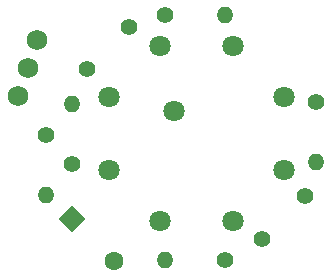
<source format=gbr>
%TF.GenerationSoftware,KiCad,Pcbnew,(6.0.4)*%
%TF.CreationDate,2023-07-07T20:02:52-04:00*%
%TF.ProjectId,Rotary Switch Board,526f7461-7279-4205-9377-697463682042,rev?*%
%TF.SameCoordinates,Original*%
%TF.FileFunction,Soldermask,Bot*%
%TF.FilePolarity,Negative*%
%FSLAX46Y46*%
G04 Gerber Fmt 4.6, Leading zero omitted, Abs format (unit mm)*
G04 Created by KiCad (PCBNEW (6.0.4)) date 2023-07-07 20:02:52*
%MOMM*%
%LPD*%
G01*
G04 APERTURE LIST*
G04 Aperture macros list*
%AMHorizOval*
0 Thick line with rounded ends*
0 $1 width*
0 $2 $3 position (X,Y) of the first rounded end (center of the circle)*
0 $4 $5 position (X,Y) of the second rounded end (center of the circle)*
0 Add line between two ends*
20,1,$1,$2,$3,$4,$5,0*
0 Add two circle primitives to create the rounded ends*
1,1,$1,$2,$3*
1,1,$1,$4,$5*%
%AMRotRect*
0 Rectangle, with rotation*
0 The origin of the aperture is its center*
0 $1 length*
0 $2 width*
0 $3 Rotation angle, in degrees counterclockwise*
0 Add horizontal line*
21,1,$1,$2,0,0,$3*%
G04 Aperture macros list end*
%ADD10C,1.752600*%
%ADD11C,1.400000*%
%ADD12O,1.400000X1.400000*%
%ADD13RotRect,1.600000X1.600000X315.000000*%
%ADD14C,1.600000*%
%ADD15HorizOval,1.400000X0.000000X0.000000X0.000000X0.000000X0*%
%ADD16HorizOval,1.400000X0.000000X0.000000X0.000000X0.000000X0*%
%ADD17C,1.800000*%
G04 APERTURE END LIST*
D10*
%TO.C,J6*%
X125201447Y-104917525D03*
%TD*%
D11*
%TO.C,R1*%
X126788947Y-110600775D03*
D12*
X126788947Y-115680775D03*
%TD*%
D11*
%TO.C,R4*%
X136821947Y-100440775D03*
D12*
X141901947Y-100440775D03*
%TD*%
D10*
%TO.C,*%
X125995197Y-102536275D03*
%TD*%
D13*
%TO.C,C1*%
X128958180Y-117723008D03*
D14*
X132493714Y-121258542D03*
%TD*%
D10*
%TO.C,*%
X124407697Y-107298775D03*
%TD*%
D11*
%TO.C,R2*%
X128947947Y-113013775D03*
D12*
X128947947Y-107933775D03*
%TD*%
D11*
%TO.C,R3*%
X130199896Y-105030826D03*
D15*
X133791998Y-101438724D03*
%TD*%
D11*
%TO.C,R5*%
X149648947Y-107806775D03*
D12*
X149648947Y-112886775D03*
%TD*%
D11*
%TO.C,R7*%
X141901947Y-121141775D03*
D12*
X136821947Y-121141775D03*
%TD*%
D11*
%TO.C,R6*%
X148650998Y-115789724D03*
D16*
X145058896Y-119381826D03*
%TD*%
D17*
%TO.C,SW1*%
X132097560Y-113534840D03*
X132098267Y-107412003D03*
X136427175Y-103083095D03*
X142550012Y-103082388D03*
X146880334Y-107412710D03*
X146880334Y-113534840D03*
X142550012Y-117865162D03*
X136427882Y-117865162D03*
X137615114Y-108599942D03*
%TD*%
M02*

</source>
